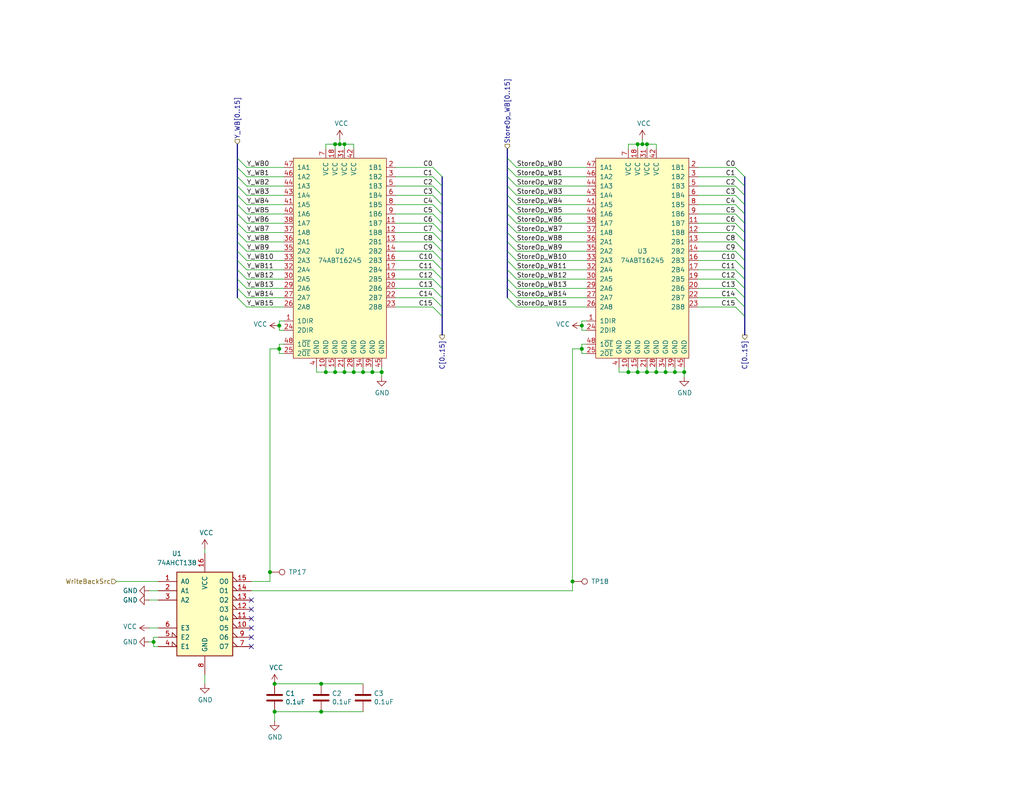
<source format=kicad_sch>
(kicad_sch (version 20250114) (generator "eeschema") (generator_version "9.0")
  (paper "USLetter")
  (title_block (title "WB: Select Write Back Source") (date "2025-07-01") (rev "A") (comment 2 "or a byte swapped version of the latter.") (comment 3 "It can choose either the ALU result, the store operand / value loaded from peripherals,") (comment 4 "The write back stage can select one of several values to write back to the register file."))
  (lib_symbols
    (symbol "Connector:TestPoint" (pin_numbers (hide yes)) (pin_names (offset 0.762) (hide yes))
      (property "Reference" "TP" (at 0 6.858 0))
      (property "Value" "TestPoint" (at 0 5.08 0))
      (symbol "TestPoint_0_1"
        (circle (center 0 3.302) (radius 0.762))
      )
      (symbol "TestPoint_1_1"
        (pin passive line (at 0 0 90) (length 2.54) (name "1") (number "1"))
      )
    )
    (symbol "Device:C" (pin_numbers (hide yes)) (pin_names (offset 0.254))
      (property "Reference" "C" (at 0.635 2.54 0))
      (property "Value" "C" (at 0.635 -2.54 0))
      (symbol "C_0_1"
        (polyline (pts (xy -2.032 0.762) (xy 2.032 0.762)) (stroke (width 0.508)))
        (polyline (pts (xy -2.032 -0.762) (xy 2.032 -0.762)) (stroke (width 0.508)))
      )
      (symbol "C_1_1"
        (pin passive line (at 0 3.81 270) (length 2.794) (name "~") (number "1"))
        (pin passive line (at 0 -3.81 90) (length 2.794) (name "~") (number "2"))
      )
    )
    (symbol "Turtle16:74ABT16245" (pin_names (offset 1.016))
      (property "Reference" "U" (at 0 1.27 0))
      (property "Value" "74ABT16245" (at 0 -1.27 0))
      (symbol "74ABT16245_0_1"
        (rectangle (start -12.7 26.67) (end 12.7 -27.94) (fill (type background)))
      )
      (symbol "74ABT16245_1_1"
        (pin tri_state line (at -15.24 24.13 0) (length 2.54) (name "1A1") (number "47"))
        (pin tri_state line (at -15.24 21.59 0) (length 2.54) (name "1A2") (number "46"))
        (pin tri_state line (at -15.24 19.05 0) (length 2.54) (name "1A3") (number "44"))
        (pin tri_state line (at -15.24 16.51 0) (length 2.54) (name "1A4") (number "43"))
        (pin tri_state line (at -15.24 13.97 0) (length 2.54) (name "1A5") (number "41"))
        (pin tri_state line (at -15.24 11.43 0) (length 2.54) (name "1A6") (number "40"))
        (pin tri_state line (at -15.24 8.89 0) (length 2.54) (name "1A7") (number "38"))
        (pin tri_state line (at -15.24 6.35 0) (length 2.54) (name "1A8") (number "37"))
        (pin tri_state line (at -15.24 3.81 0) (length 2.54) (name "2A1") (number "36"))
        (pin tri_state line (at -15.24 1.27 0) (length 2.54) (name "2A2") (number "35"))
        (pin tri_state line (at -15.24 -1.27 0) (length 2.54) (name "2A3") (number "33"))
        (pin tri_state line (at -15.24 -3.81 0) (length 2.54) (name "2A4") (number "32"))
        (pin tri_state line (at -15.24 -6.35 0) (length 2.54) (name "2A5") (number "30"))
        (pin tri_state line (at -15.24 -8.89 0) (length 2.54) (name "2A6") (number "29"))
        (pin tri_state line (at -15.24 -11.43 0) (length 2.54) (name "2A7") (number "27"))
        (pin tri_state line (at -15.24 -13.97 0) (length 2.54) (name "2A8") (number "26"))
        (pin input line (at -15.24 -17.78 0) (length 2.54) (name "1DIR") (number "1"))
        (pin input line (at -15.24 -20.32 0) (length 2.54) (name "2DIR") (number "24"))
        (pin input line (at -15.24 -24.13 0) (length 2.54) (name "1~{OE}") (number "48"))
        (pin input line (at -15.24 -26.67 0) (length 2.54) (name "2~{OE}") (number "25"))
        (pin power_in line (at -6.35 -30.48 90) (length 2.54) (name "GND") (number "4"))
        (pin power_in line (at -3.81 29.21 270) (length 2.54) (name "VCC") (number "7"))
        (pin power_in line (at -3.81 -30.48 90) (length 2.54) (name "GND") (number "10"))
        (pin power_in line (at -1.27 29.21 270) (length 2.54) (name "VCC") (number "18"))
        (pin power_in line (at -1.27 -30.48 90) (length 2.54) (name "GND") (number "15"))
        (pin power_in line (at 1.27 29.21 270) (length 2.54) (name "VCC") (number "31"))
        (pin power_in line (at 1.27 -30.48 90) (length 2.54) (name "GND") (number "21"))
        (pin power_in line (at 3.81 29.21 270) (length 2.54) (name "VCC") (number "42"))
        (pin power_in line (at 3.81 -30.48 90) (length 2.54) (name "GND") (number "28"))
        (pin power_in line (at 6.35 -30.48 90) (length 2.54) (name "GND") (number "34"))
        (pin power_in line (at 8.89 -30.48 90) (length 2.54) (name "GND") (number "39"))
        (pin power_in line (at 11.43 -30.48 90) (length 2.54) (name "GND") (number "45"))
        (pin tri_state line (at 15.24 24.13 180) (length 2.54) (name "1B1") (number "2"))
        (pin tri_state line (at 15.24 21.59 180) (length 2.54) (name "1B2") (number "3"))
        (pin tri_state line (at 15.24 19.05 180) (length 2.54) (name "1B3") (number "5"))
        (pin tri_state line (at 15.24 16.51 180) (length 2.54) (name "1B4") (number "6"))
        (pin tri_state line (at 15.24 13.97 180) (length 2.54) (name "1B5") (number "8"))
        (pin tri_state line (at 15.24 11.43 180) (length 2.54) (name "1B6") (number "9"))
        (pin tri_state line (at 15.24 8.89 180) (length 2.54) (name "1B7") (number "11"))
        (pin tri_state line (at 15.24 6.35 180) (length 2.54) (name "1B8") (number "12"))
        (pin tri_state line (at 15.24 3.81 180) (length 2.54) (name "2B1") (number "13"))
        (pin tri_state line (at 15.24 1.27 180) (length 2.54) (name "2B2") (number "14"))
        (pin tri_state line (at 15.24 -1.27 180) (length 2.54) (name "2B3") (number "16"))
        (pin tri_state line (at 15.24 -3.81 180) (length 2.54) (name "2B4") (number "17"))
        (pin tri_state line (at 15.24 -6.35 180) (length 2.54) (name "2B5") (number "19"))
        (pin tri_state line (at 15.24 -8.89 180) (length 2.54) (name "2B6") (number "20"))
        (pin tri_state line (at 15.24 -11.43 180) (length 2.54) (name "2B7") (number "22"))
        (pin tri_state line (at 15.24 -13.97 180) (length 2.54) (name "2B8") (number "23"))
      )
    )
    (symbol "Turtle16:74AHCT138" (pin_names (offset 1.016))
      (property "Reference" "U" (at -7.62 11.43 0))
      (property "Value" "74AHCT138" (at -7.62 -13.97 0))
      (symbol "74AHCT138_1_0"
        (pin input line (at -12.7 7.62 0) (length 5.08) (name "A0") (number "1"))
        (pin input line (at -12.7 5.08 0) (length 5.08) (name "A1") (number "2"))
        (pin input line (at -12.7 2.54 0) (length 5.08) (name "A2") (number "3"))
        (pin input line (at -12.7 -5.08 0) (length 5.08) (name "E3") (number "6"))
        (pin input input_low (at -12.7 -7.62 0) (length 5.08) (name "E2") (number "5"))
        (pin input input_low (at -12.7 -10.16 0) (length 5.08) (name "E1") (number "4"))
        (pin power_in line (at 0 15.24 270) (length 5.08) (name "VCC") (number "16"))
        (pin power_in line (at 0 -17.78 90) (length 5.08) (name "GND") (number "8"))
        (pin output output_low (at 12.7 7.62 180) (length 5.08) (name "O0") (number "15"))
        (pin output output_low (at 12.7 5.08 180) (length 5.08) (name "O1") (number "14"))
        (pin output output_low (at 12.7 2.54 180) (length 5.08) (name "O2") (number "13"))
        (pin output output_low (at 12.7 0 180) (length 5.08) (name "O3") (number "12"))
        (pin output output_low (at 12.7 -2.54 180) (length 5.08) (name "O4") (number "11"))
        (pin output output_low (at 12.7 -5.08 180) (length 5.08) (name "O5") (number "10"))
        (pin output output_low (at 12.7 -7.62 180) (length 5.08) (name "O6") (number "9"))
        (pin output output_low (at 12.7 -10.16 180) (length 5.08) (name "O7") (number "7"))
      )
      (symbol "74AHCT138_1_1"
        (rectangle (start -7.62 10.16) (end 7.62 -12.7) (stroke (width 0.254)) (fill (type background)))
      )
    )
    (symbol "power:GND" (power) (pin_numbers (hide yes)) (pin_names (offset 0) (hide yes))
      (property "Value" "GND" (at 0 -3.81 0))
      (symbol "GND_0_1"
        (polyline (pts (xy 0 0) (xy 0 -1.27) (xy 1.27 -1.27) (xy 0 -2.54) (xy -1.27 -1.27) (xy 0 -1.27)))
      )
      (symbol "GND_1_1"
        (pin power_in line (at 0 0 270) (length 0) (name "~") (number "1"))
      )
    )
    (symbol "power:VCC" (power) (pin_numbers (hide yes)) (pin_names (offset 0) (hide yes))
      (property "Value" "VCC" (at 0 3.556 0))
      (symbol "VCC_0_1"
        (polyline (pts (xy -0.762 1.27) (xy 0 2.54)))
        (polyline (pts (xy 0 2.54) (xy 0.762 1.27)))
        (polyline (pts (xy 0 0) (xy 0 2.54)))
      )
      (symbol "VCC_1_1"
        (pin power_in line (at 0 0 90) (length 0) (name "~") (number "1"))
      )
    )
  )
  (junction (at 74.93 186.69))
  (junction (at 186.69 101.6))
  (junction (at 171.45 101.6))
  (junction (at 74.93 194.31))
  (junction (at 176.53 39.37))
  (junction (at 96.52 101.6))
  (junction (at 87.63 194.31))
  (junction (at 181.61 101.6))
  (junction (at 158.75 95.25))
  (junction (at 104.14 101.6))
  (junction (at 93.98 39.37))
  (junction (at 156.21 158.75))
  (junction (at 92.71 39.37))
  (junction (at 73.66 156.21))
  (junction (at 76.2 95.25))
  (junction (at 93.98 101.6))
  (junction (at 88.9 101.6))
  (junction (at 101.6 101.6))
  (junction (at 184.15 101.6))
  (junction (at 91.44 39.37))
  (junction (at 41.91 175.26))
  (junction (at 91.44 101.6))
  (junction (at 87.63 186.69))
  (junction (at 179.07 101.6))
  (junction (at 173.99 101.6))
  (junction (at 76.2 88.9))
  (junction (at 176.53 101.6))
  (junction (at 175.26 39.37))
  (junction (at 99.06 101.6))
  (junction (at 173.99 39.37))
  (junction (at 158.75 88.9))
  (no_connect (at 68.58 166.37))
  (no_connect (at 68.58 176.53))
  (no_connect (at 68.58 171.45))
  (no_connect (at 68.58 168.91))
  (no_connect (at 68.58 163.83))
  (no_connect (at 68.58 173.99))
  (bus_entry (at 120.65 78.74) (size -2.54 -2.54))
  (bus_entry (at 203.2 50.8) (size -2.54 -2.54))
  (bus_entry (at 120.65 83.82) (size -2.54 -2.54))
  (bus_entry (at 140.97 78.74) (size -2.54 -2.54))
  (bus_entry (at 120.65 68.58) (size -2.54 -2.54))
  (bus_entry (at 140.97 55.88) (size -2.54 -2.54))
  (bus_entry (at 64.77 81.28) (size 2.54 2.54))
  (bus_entry (at 140.97 81.28) (size -2.54 -2.54))
  (bus_entry (at 140.97 63.5) (size -2.54 -2.54))
  (bus_entry (at 203.2 66.04) (size -2.54 -2.54))
  (bus_entry (at 203.2 48.26) (size -2.54 -2.54))
  (bus_entry (at 203.2 63.5) (size -2.54 -2.54))
  (bus_entry (at 203.2 73.66) (size -2.54 -2.54))
  (bus_entry (at 120.65 48.26) (size -2.54 -2.54))
  (bus_entry (at 140.97 58.42) (size -2.54 -2.54))
  (bus_entry (at 140.97 50.8) (size -2.54 -2.54))
  (bus_entry (at 64.77 73.66) (size 2.54 2.54))
  (bus_entry (at 120.65 73.66) (size -2.54 -2.54))
  (bus_entry (at 140.97 68.58) (size -2.54 -2.54))
  (bus_entry (at 140.97 45.72) (size -2.54 -2.54))
  (bus_entry (at 140.97 48.26) (size -2.54 -2.54))
  (bus_entry (at 140.97 60.96) (size -2.54 -2.54))
  (bus_entry (at 120.65 86.36) (size -2.54 -2.54))
  (bus_entry (at 140.97 73.66) (size -2.54 -2.54))
  (bus_entry (at 120.65 58.42) (size -2.54 -2.54))
  (bus_entry (at 64.77 63.5) (size 2.54 2.54))
  (bus_entry (at 64.77 76.2) (size 2.54 2.54))
  (bus_entry (at 140.97 76.2) (size -2.54 -2.54))
  (bus_entry (at 120.65 66.04) (size -2.54 -2.54))
  (bus_entry (at 203.2 81.28) (size -2.54 -2.54))
  (bus_entry (at 203.2 71.12) (size -2.54 -2.54))
  (bus_entry (at 64.77 45.72) (size 2.54 2.54))
  (bus_entry (at 203.2 68.58) (size -2.54 -2.54))
  (bus_entry (at 64.77 66.04) (size 2.54 2.54))
  (bus_entry (at 120.65 81.28) (size -2.54 -2.54))
  (bus_entry (at 203.2 78.74) (size -2.54 -2.54))
  (bus_entry (at 203.2 86.36) (size -2.54 -2.54))
  (bus_entry (at 120.65 76.2) (size -2.54 -2.54))
  (bus_entry (at 64.77 78.74) (size 2.54 2.54))
  (bus_entry (at 120.65 71.12) (size -2.54 -2.54))
  (bus_entry (at 203.2 58.42) (size -2.54 -2.54))
  (bus_entry (at 64.77 68.58) (size 2.54 2.54))
  (bus_entry (at 140.97 53.34) (size -2.54 -2.54))
  (bus_entry (at 203.2 60.96) (size -2.54 -2.54))
  (bus_entry (at 140.97 71.12) (size -2.54 -2.54))
  (bus_entry (at 140.97 66.04) (size -2.54 -2.54))
  (bus_entry (at 64.77 43.18) (size 2.54 2.54))
  (bus_entry (at 203.2 53.34) (size -2.54 -2.54))
  (bus_entry (at 64.77 60.96) (size 2.54 2.54))
  (bus_entry (at 120.65 53.34) (size -2.54 -2.54))
  (bus_entry (at 64.77 50.8) (size 2.54 2.54))
  (bus_entry (at 203.2 55.88) (size -2.54 -2.54))
  (bus_entry (at 203.2 76.2) (size -2.54 -2.54))
  (bus_entry (at 120.65 55.88) (size -2.54 -2.54))
  (bus_entry (at 64.77 71.12) (size 2.54 2.54))
  (bus_entry (at 120.65 50.8) (size -2.54 -2.54))
  (bus_entry (at 120.65 60.96) (size -2.54 -2.54))
  (bus_entry (at 64.77 55.88) (size 2.54 2.54))
  (bus_entry (at 120.65 63.5) (size -2.54 -2.54))
  (bus_entry (at 64.77 48.26) (size 2.54 2.54))
  (bus_entry (at 64.77 58.42) (size 2.54 2.54))
  (bus_entry (at 140.97 83.82) (size -2.54 -2.54))
  (bus_entry (at 203.2 83.82) (size -2.54 -2.54))
  (bus_entry (at 64.77 53.34) (size 2.54 2.54))
  (wire (pts (xy 76.2 95.25) (xy 73.66 95.25)))
  (wire (pts (xy 68.58 161.29) (xy 156.21 161.29)))
  (wire (pts (xy 140.97 48.26) (xy 160.02 48.26)))
  (wire (pts (xy 99.06 101.6) (xy 99.06 100.33)))
  (wire (pts (xy 140.97 53.34) (xy 160.02 53.34)))
  (bus (pts (xy 120.65 83.82) (xy 120.65 86.36)))
  (wire (pts (xy 140.97 73.66) (xy 160.02 73.66)))
  (bus (pts (xy 64.77 43.18) (xy 64.77 45.72)))
  (bus (pts (xy 64.77 63.5) (xy 64.77 66.04)))
  (bus (pts (xy 138.43 63.5) (xy 138.43 66.04)))
  (wire (pts (xy 91.44 101.6) (xy 93.98 101.6)))
  (wire (pts (xy 158.75 93.98) (xy 158.75 95.25)))
  (wire (pts (xy 41.91 175.26) (xy 41.91 176.53)))
  (bus (pts (xy 203.2 86.36) (xy 203.2 91.44)))
  (wire (pts (xy 171.45 39.37) (xy 173.99 39.37)))
  (wire (pts (xy 175.26 39.37) (xy 176.53 39.37)))
  (wire (pts (xy 118.11 60.96) (xy 107.95 60.96)))
  (wire (pts (xy 200.66 60.96) (xy 190.5 60.96)))
  (wire (pts (xy 200.66 66.04) (xy 190.5 66.04)))
  (wire (pts (xy 67.31 76.2) (xy 77.47 76.2)))
  (wire (pts (xy 200.66 68.58) (xy 190.5 68.58)))
  (bus (pts (xy 120.65 48.26) (xy 120.65 50.8)))
  (wire (pts (xy 67.31 81.28) (xy 77.47 81.28)))
  (wire (pts (xy 74.93 196.85) (xy 74.93 194.31)))
  (wire (pts (xy 101.6 101.6) (xy 104.14 101.6)))
  (wire (pts (xy 67.31 83.82) (xy 77.47 83.82)))
  (bus (pts (xy 203.2 53.34) (xy 203.2 55.88)))
  (wire (pts (xy 156.21 95.25) (xy 156.21 158.75)))
  (wire (pts (xy 160.02 93.98) (xy 158.75 93.98)))
  (bus (pts (xy 138.43 45.72) (xy 138.43 48.26)))
  (wire (pts (xy 118.11 58.42) (xy 107.95 58.42)))
  (wire (pts (xy 140.97 76.2) (xy 160.02 76.2)))
  (wire (pts (xy 200.66 45.72) (xy 190.5 45.72)))
  (wire (pts (xy 67.31 48.26) (xy 77.47 48.26)))
  (bus (pts (xy 138.43 78.74) (xy 138.43 81.28)))
  (bus (pts (xy 203.2 48.26) (xy 203.2 50.8)))
  (wire (pts (xy 55.88 149.86) (xy 55.88 151.13)))
  (wire (pts (xy 158.75 90.17) (xy 160.02 90.17)))
  (bus (pts (xy 64.77 50.8) (xy 64.77 53.34)))
  (wire (pts (xy 118.11 71.12) (xy 107.95 71.12)))
  (wire (pts (xy 99.06 101.6) (xy 101.6 101.6)))
  (wire (pts (xy 140.97 68.58) (xy 160.02 68.58)))
  (bus (pts (xy 64.77 78.74) (xy 64.77 81.28)))
  (wire (pts (xy 158.75 88.9) (xy 158.75 90.17)))
  (bus (pts (xy 203.2 78.74) (xy 203.2 81.28)))
  (wire (pts (xy 88.9 101.6) (xy 91.44 101.6)))
  (wire (pts (xy 67.31 66.04) (xy 77.47 66.04)))
  (wire (pts (xy 88.9 39.37) (xy 91.44 39.37)))
  (wire (pts (xy 41.91 173.99) (xy 41.91 175.26)))
  (wire (pts (xy 118.11 66.04) (xy 107.95 66.04)))
  (wire (pts (xy 101.6 101.6) (xy 101.6 100.33)))
  (wire (pts (xy 184.15 101.6) (xy 184.15 100.33)))
  (wire (pts (xy 67.31 73.66) (xy 77.47 73.66)))
  (wire (pts (xy 179.07 101.6) (xy 179.07 100.33)))
  (wire (pts (xy 158.75 95.25) (xy 156.21 95.25)))
  (bus (pts (xy 120.65 86.36) (xy 120.65 91.44)))
  (bus (pts (xy 138.43 66.04) (xy 138.43 68.58)))
  (wire (pts (xy 176.53 40.64) (xy 176.53 39.37)))
  (wire (pts (xy 91.44 39.37) (xy 92.71 39.37)))
  (bus (pts (xy 120.65 53.34) (xy 120.65 55.88)))
  (wire (pts (xy 74.93 186.69) (xy 87.63 186.69)))
  (wire (pts (xy 91.44 40.64) (xy 91.44 39.37)))
  (bus (pts (xy 203.2 60.96) (xy 203.2 63.5)))
  (wire (pts (xy 87.63 186.69) (xy 99.06 186.69)))
  (bus (pts (xy 64.77 66.04) (xy 64.77 68.58)))
  (wire (pts (xy 118.11 63.5) (xy 107.95 63.5)))
  (bus (pts (xy 203.2 68.58) (xy 203.2 71.12)))
  (wire (pts (xy 140.97 50.8) (xy 160.02 50.8)))
  (bus (pts (xy 120.65 81.28) (xy 120.65 83.82)))
  (wire (pts (xy 118.11 81.28) (xy 107.95 81.28)))
  (bus (pts (xy 203.2 55.88) (xy 203.2 58.42)))
  (bus (pts (xy 138.43 60.96) (xy 138.43 63.5)))
  (wire (pts (xy 173.99 40.64) (xy 173.99 39.37)))
  (wire (pts (xy 67.31 78.74) (xy 77.47 78.74)))
  (bus (pts (xy 120.65 73.66) (xy 120.65 76.2)))
  (bus (pts (xy 64.77 73.66) (xy 64.77 76.2)))
  (wire (pts (xy 179.07 39.37) (xy 179.07 40.64)))
  (wire (pts (xy 186.69 101.6) (xy 186.69 100.33)))
  (wire (pts (xy 67.31 63.5) (xy 77.47 63.5)))
  (wire (pts (xy 200.66 81.28) (xy 190.5 81.28)))
  (bus (pts (xy 203.2 81.28) (xy 203.2 83.82)))
  (wire (pts (xy 118.11 68.58) (xy 107.95 68.58)))
  (bus (pts (xy 138.43 53.34) (xy 138.43 55.88)))
  (wire (pts (xy 200.66 63.5) (xy 190.5 63.5)))
  (wire (pts (xy 200.66 48.26) (xy 190.5 48.26)))
  (wire (pts (xy 175.26 38.1) (xy 175.26 39.37)))
  (wire (pts (xy 67.31 50.8) (xy 77.47 50.8)))
  (bus (pts (xy 203.2 50.8) (xy 203.2 53.34)))
  (wire (pts (xy 200.66 53.34) (xy 190.5 53.34)))
  (wire (pts (xy 40.64 171.45) (xy 43.18 171.45)))
  (wire (pts (xy 73.66 156.21) (xy 73.66 158.75)))
  (wire (pts (xy 73.66 158.75) (xy 68.58 158.75)))
  (wire (pts (xy 140.97 71.12) (xy 160.02 71.12)))
  (wire (pts (xy 88.9 100.33) (xy 88.9 101.6)))
  (wire (pts (xy 181.61 101.6) (xy 181.61 100.33)))
  (bus (pts (xy 120.65 71.12) (xy 120.65 73.66)))
  (wire (pts (xy 40.64 161.29) (xy 43.18 161.29)))
  (wire (pts (xy 140.97 81.28) (xy 160.02 81.28)))
  (wire (pts (xy 140.97 60.96) (xy 160.02 60.96)))
  (wire (pts (xy 88.9 40.64) (xy 88.9 39.37)))
  (wire (pts (xy 41.91 176.53) (xy 43.18 176.53)))
  (wire (pts (xy 86.36 101.6) (xy 88.9 101.6)))
  (bus (pts (xy 120.65 55.88) (xy 120.65 58.42)))
  (wire (pts (xy 140.97 58.42) (xy 160.02 58.42)))
  (bus (pts (xy 138.43 43.18) (xy 138.43 45.72)))
  (bus (pts (xy 138.43 55.88) (xy 138.43 58.42)))
  (wire (pts (xy 118.11 50.8) (xy 107.95 50.8)))
  (bus (pts (xy 203.2 71.12) (xy 203.2 73.66)))
  (wire (pts (xy 76.2 90.17) (xy 77.47 90.17)))
  (wire (pts (xy 76.2 96.52) (xy 77.47 96.52)))
  (wire (pts (xy 77.47 87.63) (xy 76.2 87.63)))
  (wire (pts (xy 93.98 40.64) (xy 93.98 39.37)))
  (wire (pts (xy 171.45 100.33) (xy 171.45 101.6)))
  (wire (pts (xy 87.63 194.31) (xy 99.06 194.31)))
  (wire (pts (xy 156.21 158.75) (xy 156.21 161.29)))
  (wire (pts (xy 118.11 83.82) (xy 107.95 83.82)))
  (wire (pts (xy 118.11 55.88) (xy 107.95 55.88)))
  (wire (pts (xy 92.71 39.37) (xy 93.98 39.37)))
  (wire (pts (xy 43.18 173.99) (xy 41.91 173.99)))
  (wire (pts (xy 173.99 101.6) (xy 176.53 101.6)))
  (bus (pts (xy 120.65 63.5) (xy 120.65 66.04)))
  (bus (pts (xy 64.77 76.2) (xy 64.77 78.74)))
  (wire (pts (xy 73.66 95.25) (xy 73.66 156.21)))
  (wire (pts (xy 171.45 101.6) (xy 173.99 101.6)))
  (bus (pts (xy 203.2 76.2) (xy 203.2 78.74)))
  (bus (pts (xy 138.43 68.58) (xy 138.43 71.12)))
  (wire (pts (xy 200.66 55.88) (xy 190.5 55.88)))
  (wire (pts (xy 200.66 78.74) (xy 190.5 78.74)))
  (bus (pts (xy 203.2 58.42) (xy 203.2 60.96)))
  (wire (pts (xy 168.91 101.6) (xy 171.45 101.6)))
  (wire (pts (xy 140.97 83.82) (xy 160.02 83.82)))
  (wire (pts (xy 160.02 87.63) (xy 158.75 87.63)))
  (bus (pts (xy 120.65 78.74) (xy 120.65 81.28)))
  (wire (pts (xy 76.2 87.63) (xy 76.2 88.9)))
  (wire (pts (xy 92.71 38.1) (xy 92.71 39.37)))
  (bus (pts (xy 120.65 50.8) (xy 120.65 53.34)))
  (wire (pts (xy 76.2 95.25) (xy 76.2 96.52)))
  (bus (pts (xy 138.43 71.12) (xy 138.43 73.66)))
  (wire (pts (xy 86.36 100.33) (xy 86.36 101.6)))
  (wire (pts (xy 77.47 93.98) (xy 76.2 93.98)))
  (wire (pts (xy 200.66 83.82) (xy 190.5 83.82)))
  (wire (pts (xy 200.66 73.66) (xy 190.5 73.66)))
  (wire (pts (xy 76.2 93.98) (xy 76.2 95.25)))
  (bus (pts (xy 203.2 63.5) (xy 203.2 66.04)))
  (wire (pts (xy 140.97 45.72) (xy 160.02 45.72)))
  (bus (pts (xy 138.43 73.66) (xy 138.43 76.2)))
  (wire (pts (xy 168.91 100.33) (xy 168.91 101.6)))
  (bus (pts (xy 203.2 83.82) (xy 203.2 86.36)))
  (wire (pts (xy 91.44 100.33) (xy 91.44 101.6)))
  (wire (pts (xy 40.64 163.83) (xy 43.18 163.83)))
  (wire (pts (xy 93.98 101.6) (xy 93.98 100.33)))
  (wire (pts (xy 118.11 53.34) (xy 107.95 53.34)))
  (bus (pts (xy 138.43 76.2) (xy 138.43 78.74)))
  (wire (pts (xy 181.61 101.6) (xy 179.07 101.6)))
  (bus (pts (xy 138.43 40.64) (xy 138.43 43.18)))
  (wire (pts (xy 200.66 76.2) (xy 190.5 76.2)))
  (wire (pts (xy 96.52 101.6) (xy 96.52 100.33)))
  (wire (pts (xy 200.66 58.42) (xy 190.5 58.42)))
  (bus (pts (xy 138.43 48.26) (xy 138.43 50.8)))
  (bus (pts (xy 120.65 60.96) (xy 120.65 63.5)))
  (bus (pts (xy 64.77 60.96) (xy 64.77 63.5)))
  (bus (pts (xy 64.77 53.34) (xy 64.77 55.88)))
  (wire (pts (xy 118.11 45.72) (xy 107.95 45.72)))
  (bus (pts (xy 138.43 50.8) (xy 138.43 53.34)))
  (wire (pts (xy 200.66 71.12) (xy 190.5 71.12)))
  (bus (pts (xy 64.77 39.37) (xy 64.77 43.18)))
  (bus (pts (xy 64.77 55.88) (xy 64.77 58.42)))
  (wire (pts (xy 118.11 76.2) (xy 107.95 76.2)))
  (wire (pts (xy 77.47 45.72) (xy 67.31 45.72)))
  (wire (pts (xy 176.53 39.37) (xy 179.07 39.37)))
  (wire (pts (xy 67.31 55.88) (xy 77.47 55.88)))
  (wire (pts (xy 184.15 101.6) (xy 186.69 101.6)))
  (wire (pts (xy 179.07 101.6) (xy 176.53 101.6)))
  (wire (pts (xy 158.75 95.25) (xy 158.75 96.52)))
  (wire (pts (xy 104.14 101.6) (xy 104.14 100.33)))
  (wire (pts (xy 74.93 194.31) (xy 87.63 194.31)))
  (wire (pts (xy 104.14 102.87) (xy 104.14 101.6)))
  (bus (pts (xy 203.2 73.66) (xy 203.2 76.2)))
  (wire (pts (xy 67.31 60.96) (xy 77.47 60.96)))
  (wire (pts (xy 186.69 102.87) (xy 186.69 101.6)))
  (wire (pts (xy 140.97 55.88) (xy 160.02 55.88)))
  (wire (pts (xy 176.53 101.6) (xy 176.53 100.33)))
  (wire (pts (xy 140.97 78.74) (xy 160.02 78.74)))
  (wire (pts (xy 67.31 71.12) (xy 77.47 71.12)))
  (wire (pts (xy 181.61 101.6) (xy 184.15 101.6)))
  (bus (pts (xy 64.77 48.26) (xy 64.77 50.8)))
  (bus (pts (xy 120.65 66.04) (xy 120.65 68.58)))
  (wire (pts (xy 67.31 53.34) (xy 77.47 53.34)))
  (wire (pts (xy 67.31 58.42) (xy 77.47 58.42)))
  (bus (pts (xy 138.43 58.42) (xy 138.43 60.96)))
  (wire (pts (xy 158.75 87.63) (xy 158.75 88.9)))
  (wire (pts (xy 99.06 101.6) (xy 96.52 101.6)))
  (wire (pts (xy 76.2 88.9) (xy 76.2 90.17)))
  (bus (pts (xy 120.65 58.42) (xy 120.65 60.96)))
  (bus (pts (xy 64.77 71.12) (xy 64.77 73.66)))
  (wire (pts (xy 118.11 78.74) (xy 107.95 78.74)))
  (wire (pts (xy 118.11 73.66) (xy 107.95 73.66)))
  (wire (pts (xy 118.11 48.26) (xy 107.95 48.26)))
  (bus (pts (xy 64.77 45.72) (xy 64.77 48.26)))
  (wire (pts (xy 93.98 39.37) (xy 96.52 39.37)))
  (wire (pts (xy 173.99 100.33) (xy 173.99 101.6)))
  (wire (pts (xy 31.75 158.75) (xy 43.18 158.75)))
  (wire (pts (xy 40.64 175.26) (xy 41.91 175.26)))
  (bus (pts (xy 64.77 58.42) (xy 64.77 60.96)))
  (wire (pts (xy 158.75 96.52) (xy 160.02 96.52)))
  (wire (pts (xy 55.88 184.15) (xy 55.88 186.69)))
  (wire (pts (xy 96.52 39.37) (xy 96.52 40.64)))
  (wire (pts (xy 173.99 39.37) (xy 175.26 39.37)))
  (wire (pts (xy 200.66 50.8) (xy 190.5 50.8)))
  (wire (pts (xy 67.31 68.58) (xy 77.47 68.58)))
  (wire (pts (xy 140.97 66.04) (xy 160.02 66.04)))
  (wire (pts (xy 96.52 101.6) (xy 93.98 101.6)))
  (bus (pts (xy 120.65 68.58) (xy 120.65 71.12)))
  (bus (pts (xy 120.65 76.2) (xy 120.65 78.74)))
  (bus (pts (xy 203.2 66.04) (xy 203.2 68.58)))
  (bus (pts (xy 64.77 68.58) (xy 64.77 71.12)))
  (wire (pts (xy 171.45 40.64) (xy 171.45 39.37)))
  (wire (pts (xy 140.97 63.5) (xy 160.02 63.5)))
  (label "Y_WB15" (at 67.31 83.82 0))
  (label "C4" (at 118.11 55.88 180))
  (label "StoreOp_WB11" (at 140.97 73.66 0))
  (label "Y_WB5" (at 67.31 58.42 0))
  (label "Y_WB9" (at 67.31 68.58 0))
  (label "C2" (at 200.66 50.8 180))
  (label "StoreOp_WB12" (at 140.97 76.2 0))
  (label "Y_WB1" (at 67.31 48.26 0))
  (label "Y_WB11" (at 67.31 73.66 0))
  (label "Y_WB3" (at 67.31 53.34 0))
  (label "StoreOp_WB9" (at 140.97 68.58 0))
  (label "C6" (at 118.11 60.96 180))
  (label "Y_WB12" (at 67.31 76.2 0))
  (label "C13" (at 200.66 78.74 180))
  (label "Y_WB2" (at 67.31 50.8 0))
  (label "C4" (at 200.66 55.88 180))
  (label "C1" (at 200.66 48.26 180))
  (label "C1" (at 118.11 48.26 180))
  (label "Y_WB7" (at 67.31 63.5 0))
  (label "C10" (at 118.11 71.12 180))
  (label "Y_WB8" (at 67.31 66.04 0))
  (label "Y_WB4" (at 67.31 55.88 0))
  (label "StoreOp_WB10" (at 140.97 71.12 0))
  (label "C0" (at 200.66 45.72 180))
  (label "StoreOp_WB5" (at 140.97 58.42 0))
  (label "Y_WB0" (at 67.31 45.72 0))
  (label "StoreOp_WB15" (at 140.97 83.82 0))
  (label "StoreOp_WB8" (at 140.97 66.04 0))
  (label "StoreOp_WB4" (at 140.97 55.88 0))
  (label "StoreOp_WB1" (at 140.97 48.26 0))
  (label "C9" (at 200.66 68.58 180))
  (label "C8" (at 200.66 66.04 180))
  (label "StoreOp_WB6" (at 140.97 60.96 0))
  (label "StoreOp_WB0" (at 140.97 45.72 0))
  (label "Y_WB6" (at 67.31 60.96 0))
  (label "C12" (at 200.66 76.2 180))
  (label "StoreOp_WB13" (at 140.97 78.74 0))
  (label "C11" (at 118.11 73.66 180))
  (label "StoreOp_WB14" (at 140.97 81.28 0))
  (label "C6" (at 200.66 60.96 180))
  (label "C10" (at 200.66 71.12 180))
  (label "Y_WB14" (at 67.31 81.28 0))
  (label "C7" (at 118.11 63.5 180))
  (label "StoreOp_WB2" (at 140.97 50.8 0))
  (label "C14" (at 118.11 81.28 180))
  (label "C15" (at 118.11 83.82 180))
  (label "C3" (at 118.11 53.34 180))
  (label "C5" (at 200.66 58.42 180))
  (label "C8" (at 118.11 66.04 180))
  (label "C2" (at 118.11 50.8 180))
  (label "C12" (at 118.11 76.2 180))
  (label "C15" (at 200.66 83.82 180))
  (label "StoreOp_WB7" (at 140.97 63.5 0))
  (label "C0" (at 118.11 45.72 180))
  (label "C13" (at 118.11 78.74 180))
  (label "C14" (at 200.66 81.28 180))
  (label "C9" (at 118.11 68.58 180))
  (label "Y_WB10" (at 67.31 71.12 0))
  (label "C5" (at 118.11 58.42 180))
  (label "C11" (at 200.66 73.66 180))
  (label "Y_WB13" (at 67.31 78.74 0))
  (label "C3" (at 200.66 53.34 180))
  (label "C7" (at 200.66 63.5 180))
  (label "StoreOp_WB3" (at 140.97 53.34 0))
  (hierarchical_label "Y_WB[0..15]" (shape input) (at 64.77 39.37 90))
  (hierarchical_label "StoreOp_WB[0..15]" (shape input) (at 138.43 40.64 90))
  (hierarchical_label "C[0..15]" (shape output) (at 120.65 91.44 270))
  (hierarchical_label "WriteBackSrc" (shape input) (at 31.75 158.75 180))
  (hierarchical_label "C[0..15]" (shape output) (at 203.2 91.44 270))
  (symbol (lib_id "power:VCC") (at 76.2 88.9 90) (unit 1)
    (property "Reference" "#PWR?" (effects (hide yes)))
    (property "Value" "VCC" (at 72.9742 88.519 90) (effects (justify left)))
    (property "Description" "Power symbol creates a global label with name \"VCC\"" (effects (hide yes)))
    (instances (project "RegisterFileModule" (path "" (reference "#PWR09") (unit 1))) (project "RegisterFileModule" (path "" (reference "#PWR?") (unit 1))))
  )
  (symbol (lib_id "power:GND") (at 40.64 161.29 270) (unit 1)
    (property "Reference" "#PWR?" (effects (hide yes)))
    (property "Value" "GND" (at 35.56 161.29 90))
    (property "Description" "Power symbol creates a global label with name \"GND\" , ground" (effects (hide yes)))
    (instances (project "RegisterFileModule" (path "" (reference "#PWR01") (unit 1))) (project "RegisterFileModule" (path "" (reference "#PWR?") (unit 1))))
  )
  (symbol (lib_id "Device:C") (at 74.93 190.5 0) (unit 1)
    (property "Reference" "C?" (at 77.851 189.3316 0) (effects (justify left)))
    (property "Value" "0.1uF" (at 77.851 191.643 0) (effects (justify left)))
    (property "Footprint" "Capacitor_SMD:C_0603_1608Metric" (effects (hide yes)))
    (property "Datasheet" "https://www.mouser.com/datasheet/2/396/taiyo_yuden_12132018_mlcc11_hq_e-1510082.pdf" (effects (hide yes)))
    (property "Manufacturer" "Taiyo Yuden" (effects (hide yes)))
    (property "Manufacturer#" "EMK107B7104KAHT" (effects (hide yes)))
    (property "Mouser#" "963-EMK107B7104KAHT" (effects (hide yes)))
    (property "Digikey#" "587-6004-1-ND" (effects (hide yes)))
    (instances (project "RegisterFileModule" (path "" (reference "C1") (unit 1))) (project "RegisterFileModule" (path "" (reference "C?") (unit 1))))
  )
  (symbol (lib_id "Device:C") (at 87.63 190.5 0) (unit 1)
    (property "Reference" "C?" (at 90.551 189.3316 0) (effects (justify left)))
    (property "Value" "0.1uF" (at 90.551 191.643 0) (effects (justify left)))
    (property "Footprint" "Capacitor_SMD:C_0603_1608Metric" (effects (hide yes)))
    (property "Datasheet" "https://www.mouser.com/datasheet/2/396/taiyo_yuden_12132018_mlcc11_hq_e-1510082.pdf" (effects (hide yes)))
    (property "Manufacturer" "Taiyo Yuden" (effects (hide yes)))
    (property "Manufacturer#" "EMK107B7104KAHT" (effects (hide yes)))
    (property "Mouser#" "963-EMK107B7104KAHT" (effects (hide yes)))
    (property "Digikey#" "587-6004-1-ND" (effects (hide yes)))
    (instances (project "RegisterFileModule" (path "" (reference "C2") (unit 1))) (project "RegisterFileModule" (path "" (reference "C?") (unit 1))))
  )
  (symbol (lib_id "power:VCC") (at 74.93 186.69 0) (unit 1)
    (property "Reference" "#PWR?" (effects (hide yes)))
    (property "Value" "VCC" (at 75.3618 182.2958 0))
    (property "Description" "Power symbol creates a global label with name \"VCC\"" (effects (hide yes)))
    (instances (project "RegisterFileModule" (path "" (reference "#PWR07") (unit 1))) (project "RegisterFileModule" (path "" (reference "#PWR?") (unit 1))))
  )
  (symbol (lib_id "power:GND") (at 74.93 196.85 0) (unit 1)
    (property "Reference" "#PWR?" (effects (hide yes)))
    (property "Value" "GND" (at 75.057 201.2442 0))
    (property "Description" "Power symbol creates a global label with name \"GND\" , ground" (effects (hide yes)))
    (instances (project "RegisterFileModule" (path "" (reference "#PWR08") (unit 1))) (project "RegisterFileModule" (path "" (reference "#PWR?") (unit 1))))
  )
  (symbol (lib_id "Device:C") (at 99.06 190.5 0) (unit 1)
    (property "Reference" "C?" (at 101.981 189.3316 0) (effects (justify left)))
    (property "Value" "0.1uF" (at 101.981 191.643 0) (effects (justify left)))
    (property "Footprint" "Capacitor_SMD:C_0603_1608Metric" (effects (hide yes)))
    (property "Datasheet" "https://www.mouser.com/datasheet/2/396/taiyo_yuden_12132018_mlcc11_hq_e-1510082.pdf" (effects (hide yes)))
    (property "Manufacturer" "Taiyo Yuden" (effects (hide yes)))
    (property "Manufacturer#" "EMK107B7104KAHT" (effects (hide yes)))
    (property "Mouser#" "963-EMK107B7104KAHT" (effects (hide yes)))
    (property "Digikey#" "587-6004-1-ND" (effects (hide yes)))
    (instances (project "RegisterFileModule" (path "" (reference "C3") (unit 1))) (project "RegisterFileModule" (path "" (reference "C?") (unit 1))))
  )
  (symbol (lib_id "power:GND") (at 55.88 186.69 0) (unit 1)
    (property "Reference" "#PWR?" (effects (hide yes)))
    (property "Value" "GND" (at 56.007 191.0842 0))
    (property "Description" "Power symbol creates a global label with name \"GND\" , ground" (effects (hide yes)))
    (instances (project "RegisterFileModule" (path "" (reference "#PWR06") (unit 1))) (project "RegisterFileModule" (path "" (reference "#PWR?") (unit 1))))
  )
  (symbol (lib_id "power:VCC") (at 55.88 149.86 0) (unit 1)
    (property "Reference" "#PWR?" (effects (hide yes)))
    (property "Value" "VCC" (at 56.3118 145.4658 0))
    (property "Description" "Power symbol creates a global label with name \"VCC\"" (effects (hide yes)))
    (instances (project "RegisterFileModule" (path "" (reference "#PWR05") (unit 1))) (project "RegisterFileModule" (path "" (reference "#PWR?") (unit 1))))
  )
  (symbol (lib_id "power:GND") (at 40.64 163.83 270) (unit 1)
    (property "Reference" "#PWR?" (effects (hide yes)))
    (property "Value" "GND" (at 35.56 163.83 90))
    (property "Description" "Power symbol creates a global label with name \"GND\" , ground" (effects (hide yes)))
    (instances (project "RegisterFileModule" (path "" (reference "#PWR02") (unit 1))) (project "RegisterFileModule" (path "" (reference "#PWR?") (unit 1))))
  )
  (symbol (lib_id "power:GND") (at 40.64 175.26 270) (unit 1)
    (property "Reference" "#PWR?" (effects (hide yes)))
    (property "Value" "GND" (at 35.56 175.26 90))
    (property "Description" "Power symbol creates a global label with name \"GND\" , ground" (effects (hide yes)))
    (instances (project "RegisterFileModule" (path "" (reference "#PWR04") (unit 1))) (project "RegisterFileModule" (path "" (reference "#PWR?") (unit 1))))
  )
  (symbol (lib_id "power:VCC") (at 40.64 171.45 90) (unit 1)
    (property "Reference" "#PWR?" (effects (hide yes)))
    (property "Value" "VCC" (at 37.4142 171.069 90) (effects (justify left)))
    (property "Description" "Power symbol creates a global label with name \"VCC\"" (effects (hide yes)))
    (instances (project "RegisterFileModule" (path "" (reference "#PWR03") (unit 1))) (project "RegisterFileModule" (path "" (reference "#PWR?") (unit 1))))
  )
  (symbol (lib_id "power:GND") (at 104.14 102.87 0) (unit 1)
    (property "Reference" "#PWR?" (effects (hide yes)))
    (property "Value" "GND" (at 104.267 107.2642 0))
    (property "Description" "Power symbol creates a global label with name \"GND\" , ground" (effects (hide yes)))
    (instances (project "RegisterFileModule" (path "" (reference "#PWR011") (unit 1))) (project "RegisterFileModule" (path "" (reference "#PWR?") (unit 1))))
  )
  (symbol (lib_id "power:VCC") (at 92.71 38.1 0) (unit 1)
    (property "Reference" "#PWR?" (effects (hide yes)))
    (property "Value" "VCC" (at 93.1418 33.7058 0))
    (property "Description" "Power symbol creates a global label with name \"VCC\"" (effects (hide yes)))
    (instances (project "RegisterFileModule" (path "" (reference "#PWR010") (unit 1))) (project "RegisterFileModule" (path "" (reference "#PWR?") (unit 1))))
  )
  (symbol (lib_id "Turtle16:74ABT16245") (at 92.71 69.85 0) (unit 1)
    (property "Reference" "U?" (at 92.71 68.58 0))
    (property "Value" "74ABT16245" (at 92.71 71.12 0))
    (property "Footprint" "Package_SO:TSSOP-48_6.1x12.5mm_P0.5mm" (effects (hide yes)))
    (property "Datasheet" "https://www.ti.com/general/docs/suppproductinfo.tsp?distId=26&gotoUrl=https://www.ti.com/lit/gpn/sn74abth16245" (effects (hide yes)))
    (property "Manufacturer" "Texas Instruments" (effects (hide yes)))
    (property "Manufacturer#" "SN74ABTH16245DGGR" (effects (hide yes)))
    (property "Mouser#" "595-SNABTH16245DGGR" (effects (hide yes)))
    (property "Digikey#" "296-4124-1-ND" (effects (hide yes)))
    (instances (project "RegisterFileModule" (path "" (reference "U2") (unit 1))) (project "RegisterFileModule" (path "" (reference "U?") (unit 1))))
  )
  (symbol (lib_id "power:VCC") (at 158.75 88.9 90) (unit 1)
    (property "Reference" "#PWR?" (effects (hide yes)))
    (property "Value" "VCC" (at 155.5242 88.519 90) (effects (justify left)))
    (property "Description" "Power symbol creates a global label with name \"VCC\"" (effects (hide yes)))
    (instances (project "RegisterFileModule" (path "" (reference "#PWR012") (unit 1))) (project "RegisterFileModule" (path "" (reference "#PWR?") (unit 1))))
  )
  (symbol (lib_id "power:GND") (at 186.69 102.87 0) (unit 1)
    (property "Reference" "#PWR?" (effects (hide yes)))
    (property "Value" "GND" (at 186.817 107.2642 0))
    (property "Description" "Power symbol creates a global label with name \"GND\" , ground" (effects (hide yes)))
    (instances (project "RegisterFileModule" (path "" (reference "#PWR014") (unit 1))) (project "RegisterFileModule" (path "" (reference "#PWR?") (unit 1))))
  )
  (symbol (lib_id "power:VCC") (at 175.26 38.1 0) (unit 1)
    (property "Reference" "#PWR?" (effects (hide yes)))
    (property "Value" "VCC" (at 175.6918 33.7058 0))
    (property "Description" "Power symbol creates a global label with name \"VCC\"" (effects (hide yes)))
    (instances (project "RegisterFileModule" (path "" (reference "#PWR013") (unit 1))) (project "RegisterFileModule" (path "" (reference "#PWR?") (unit 1))))
  )
  (symbol (lib_id "Turtle16:74ABT16245") (at 175.26 69.85 0) (unit 1)
    (property "Reference" "U?" (at 175.26 68.58 0))
    (property "Value" "74ABT16245" (at 175.26 71.12 0))
    (property "Footprint" "Package_SO:TSSOP-48_6.1x12.5mm_P0.5mm" (effects (hide yes)))
    (property "Datasheet" "https://www.ti.com/general/docs/suppproductinfo.tsp?distId=26&gotoUrl=https://www.ti.com/lit/gpn/sn74abth16245" (effects (hide yes)))
    (property "Manufacturer" "Texas Instruments" (effects (hide yes)))
    (property "Manufacturer#" "SN74ABTH16245DGGR" (effects (hide yes)))
    (property "Mouser#" "595-SNABTH16245DGGR" (effects (hide yes)))
    (property "Digikey#" "296-4124-1-ND" (effects (hide yes)))
    (instances (project "RegisterFileModule" (path "" (reference "U3") (unit 1))) (project "RegisterFileModule" (path "" (reference "U?") (unit 1))))
  )
  (symbol (lib_id "Turtle16:74AHCT138") (at 55.88 166.37 0) (unit 1)
    (property "Reference" "U?" (at 48.26 151.13 0))
    (property "Value" "74AHCT138" (at 48.26 153.67 0))
    (property "Footprint" "Package_SO:TSSOP-16_4.4x5mm_P0.65mm" (effects (hide yes)))
    (property "Datasheet" "https://www.ti.com/general/docs/suppproductinfo.tsp?distId=26&gotoUrl=https://www.ti.com/lit/gpn/sn74ahct138" (effects (hide yes)))
    (property "Manufacturer" "Texas Instruments" (effects (hide yes)))
    (property "Manufacturer#" "SN74AHCT138PWR" (effects (hide yes)))
    (property "Mouser#" "595-SN74AHCT138PWR" (effects (hide yes)))
    (property "Digikey#" "296-1109-1-ND" (effects (hide yes)))
    (instances (project "RegisterFileModule" (path "" (reference "U1") (unit 1))) (project "RegisterFileModule" (path "" (reference "U?") (unit 1))))
  )
  (symbol (lib_id "Connector:TestPoint") (at 73.66 156.21 270) (unit 1) (in_bom no)
    (property "Reference" "TP?" (at 78.74 156.21 90) (effects (justify left)))
    (property "Value" "TP" (effects (hide yes)))
    (property "Footprint" "TestPoint:TestPoint_Pad_D1.0mm" (effects (hide yes)))
    (instances (project "RegisterFileModule" (path "" (reference "TP17") (unit 1))) (project "RegisterFileModule" (path "" (reference "TP?") (unit 1))))
  )
  (symbol (lib_id "Connector:TestPoint") (at 156.21 158.75 270) (unit 1) (in_bom no)
    (property "Reference" "TP?" (at 161.29 158.75 90) (effects (justify left)))
    (property "Value" "TP" (effects (hide yes)))
    (property "Footprint" "TestPoint:TestPoint_Pad_D1.0mm" (effects (hide yes)))
    (instances (project "RegisterFileModule" (path "" (reference "TP18") (unit 1))) (project "RegisterFileModule" (path "" (reference "TP?") (unit 1))))
  )
)
</source>
